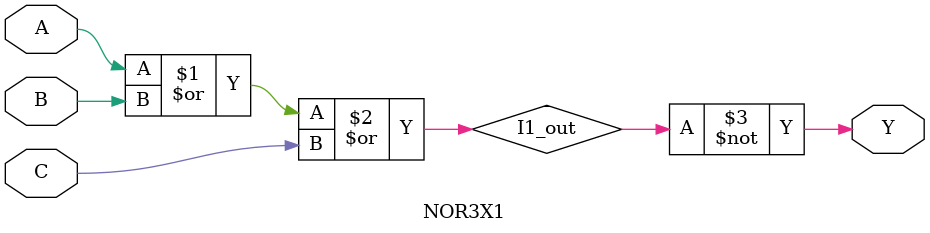
<source format=v>
`timescale 1ns/10ps

`celldefine

module NOR3X1 (A, B, C, Y);
input  A ;
input  B ;
input  C ;
output Y ;

   or  (I1_out, A, B, C);
   not (Y, I1_out);

   specify
     // delay parameters
     specparam
       tplhl$B$Y = 0.069:0.069:0.069,
       tphlh$B$Y = 0.065:0.065:0.065,
       tplhl$C$Y = 0.049:0.049:0.049,
       tphlh$C$Y = 0.048:0.048:0.048,
       tplhl$A$Y = 0.077:0.077:0.077,
       tphlh$A$Y = 0.07:0.07:0.07;

     // path delays
     (A *> Y) = (tphlh$A$Y, tplhl$A$Y);
     (B *> Y) = (tphlh$B$Y, tplhl$B$Y);
     (C *> Y) = (tphlh$C$Y, tplhl$C$Y);

   endspecify

endmodule

`endcelldefine

</source>
